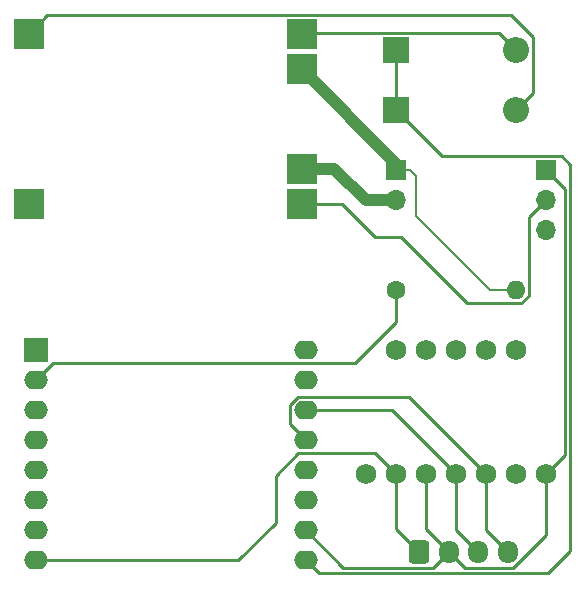
<source format=gbr>
%TF.GenerationSoftware,KiCad,Pcbnew,7.0.9*%
%TF.CreationDate,2024-01-03T14:20:43+09:00*%
%TF.ProjectId,SlimeVR_Tracker,536c696d-6556-4525-9f54-7261636b6572,rev?*%
%TF.SameCoordinates,Original*%
%TF.FileFunction,Copper,L1,Top*%
%TF.FilePolarity,Positive*%
%FSLAX46Y46*%
G04 Gerber Fmt 4.6, Leading zero omitted, Abs format (unit mm)*
G04 Created by KiCad (PCBNEW 7.0.9) date 2024-01-03 14:20:43*
%MOMM*%
%LPD*%
G01*
G04 APERTURE LIST*
G04 Aperture macros list*
%AMRoundRect*
0 Rectangle with rounded corners*
0 $1 Rounding radius*
0 $2 $3 $4 $5 $6 $7 $8 $9 X,Y pos of 4 corners*
0 Add a 4 corners polygon primitive as box body*
4,1,4,$2,$3,$4,$5,$6,$7,$8,$9,$2,$3,0*
0 Add four circle primitives for the rounded corners*
1,1,$1+$1,$2,$3*
1,1,$1+$1,$4,$5*
1,1,$1+$1,$6,$7*
1,1,$1+$1,$8,$9*
0 Add four rect primitives between the rounded corners*
20,1,$1+$1,$2,$3,$4,$5,0*
20,1,$1+$1,$4,$5,$6,$7,0*
20,1,$1+$1,$6,$7,$8,$9,0*
20,1,$1+$1,$8,$9,$2,$3,0*%
G04 Aperture macros list end*
%TA.AperFunction,ComponentPad*%
%ADD10R,2.500000X2.500000*%
%TD*%
%TA.AperFunction,ComponentPad*%
%ADD11RoundRect,0.250000X-0.600000X-0.725000X0.600000X-0.725000X0.600000X0.725000X-0.600000X0.725000X0*%
%TD*%
%TA.AperFunction,ComponentPad*%
%ADD12O,1.700000X1.950000*%
%TD*%
%TA.AperFunction,ComponentPad*%
%ADD13R,2.000000X2.000000*%
%TD*%
%TA.AperFunction,ComponentPad*%
%ADD14O,2.000000X1.600000*%
%TD*%
%TA.AperFunction,ComponentPad*%
%ADD15R,1.700000X1.700000*%
%TD*%
%TA.AperFunction,ComponentPad*%
%ADD16O,1.700000X1.700000*%
%TD*%
%TA.AperFunction,ComponentPad*%
%ADD17C,1.600000*%
%TD*%
%TA.AperFunction,ComponentPad*%
%ADD18O,1.600000X1.600000*%
%TD*%
%TA.AperFunction,ComponentPad*%
%ADD19R,2.200000X2.200000*%
%TD*%
%TA.AperFunction,ComponentPad*%
%ADD20O,2.200000X2.200000*%
%TD*%
%TA.AperFunction,ComponentPad*%
%ADD21C,1.750000*%
%TD*%
%TA.AperFunction,Conductor*%
%ADD22C,1.000000*%
%TD*%
%TA.AperFunction,Conductor*%
%ADD23C,0.250000*%
%TD*%
%TA.AperFunction,Conductor*%
%ADD24C,0.200000*%
%TD*%
G04 APERTURE END LIST*
D10*
%TO.P,TP4056-Module1,B+,B+*%
%TO.N,B+*%
X111400000Y-29570000D03*
%TO.P,TP4056-Module1,B-,B-*%
%TO.N,B-*%
X111400000Y-37970000D03*
%TO.P,TP4056-Module1,IN+,IN+*%
%TO.N,Net-(D1-A)*%
X88300000Y-26570000D03*
%TO.P,TP4056-Module1,IN-,IN-*%
%TO.N,unconnected-(TP4056-Module1-PadIN-)*%
X88300000Y-40970000D03*
%TO.P,TP4056-Module1,OUT+,OUT+*%
%TO.N,Net-(D2-A)*%
X111400000Y-26570000D03*
%TO.P,TP4056-Module1,OUT-,OUT-*%
%TO.N,Net-(SW1-B)*%
X111400000Y-40970000D03*
%TD*%
D11*
%TO.P,J2,1,Pin_1*%
%TO.N,+3V3*%
X121350000Y-70450000D03*
D12*
%TO.P,J2,2,Pin_2*%
%TO.N,GND*%
X123850000Y-70450000D03*
%TO.P,J2,3,Pin_3*%
%TO.N,SCL*%
X126350000Y-70450000D03*
%TO.P,J2,4,Pin_4*%
%TO.N,SDA*%
X128850000Y-70450000D03*
%TD*%
D13*
%TO.P,U2,1,~{RST}*%
%TO.N,unconnected-(U2-~{RST}-Pad1)*%
X88900000Y-53340000D03*
D14*
%TO.P,U2,2,A0*%
%TO.N,Net-(U2-A0)*%
X88900000Y-55880000D03*
%TO.P,U2,3,D0*%
%TO.N,unconnected-(U2-D0-Pad3)*%
X88900000Y-58420000D03*
%TO.P,U2,4,SCK/D5*%
%TO.N,unconnected-(U2-SCK{slash}D5-Pad4)*%
X88900000Y-60960000D03*
%TO.P,U2,5,MISO/D6*%
%TO.N,unconnected-(U2-MISO{slash}D6-Pad5)*%
X88900000Y-63500000D03*
%TO.P,U2,6,MOSI/D7*%
%TO.N,unconnected-(U2-MOSI{slash}D7-Pad6)*%
X88900000Y-66040000D03*
%TO.P,U2,7,CS/D8*%
%TO.N,unconnected-(U2-CS{slash}D8-Pad7)*%
X88900000Y-68580000D03*
%TO.P,U2,8,3V3*%
%TO.N,+3V3*%
X88900000Y-71120000D03*
%TO.P,U2,9,5V*%
%TO.N,+5V*%
X111760000Y-71120000D03*
%TO.P,U2,10,GND*%
%TO.N,GND*%
X111760000Y-68580000D03*
%TO.P,U2,11,D4*%
%TO.N,unconnected-(U2-D4-Pad11)*%
X111760000Y-66040000D03*
%TO.P,U2,12,D3*%
%TO.N,unconnected-(U2-D3-Pad12)*%
X111760000Y-63500000D03*
%TO.P,U2,13,SDA/D2*%
%TO.N,SDA*%
X111760000Y-60960000D03*
%TO.P,U2,14,SCL/D1*%
%TO.N,SCL*%
X111760000Y-58420000D03*
%TO.P,U2,15,RX*%
%TO.N,unconnected-(U2-RX-Pad15)*%
X111760000Y-55880000D03*
%TO.P,U2,16,TX*%
%TO.N,unconnected-(U2-TX-Pad16)*%
X111760000Y-53340000D03*
%TD*%
D15*
%TO.P,SW1,1,A*%
%TO.N,GND*%
X132080000Y-38100000D03*
D16*
%TO.P,SW1,2,B*%
%TO.N,Net-(SW1-B)*%
X132080000Y-40640000D03*
%TO.P,SW1,3,C*%
%TO.N,unconnected-(SW1-C-Pad3)*%
X132080000Y-43180000D03*
%TD*%
D15*
%TO.P,BT1,1,+*%
%TO.N,B+*%
X119380000Y-38100000D03*
D16*
%TO.P,BT1,2,-*%
%TO.N,B-*%
X119380000Y-40640000D03*
%TD*%
D17*
%TO.P,R1,1*%
%TO.N,Net-(U2-A0)*%
X119380000Y-48260000D03*
D18*
%TO.P,R1,2*%
%TO.N,B+*%
X129540000Y-48260000D03*
%TD*%
D19*
%TO.P,D2,1,K*%
%TO.N,+5V*%
X119380000Y-27940000D03*
D20*
%TO.P,D2,2,A*%
%TO.N,Net-(D2-A)*%
X129540000Y-27940000D03*
%TD*%
D19*
%TO.P,D1,1,K*%
%TO.N,+5V*%
X119380000Y-33020000D03*
D20*
%TO.P,D1,2,A*%
%TO.N,Net-(D1-A)*%
X129540000Y-33020000D03*
%TD*%
D21*
%TO.P,BMI160-Module1,3V3,3V3*%
%TO.N,+3V3*%
X119380000Y-63840000D03*
%TO.P,BMI160-Module1,CS,CS*%
%TO.N,unconnected-(BMI160-Module1-PadCS)*%
X129540000Y-63840000D03*
%TO.P,BMI160-Module1,GND,GND*%
%TO.N,GND*%
X121920000Y-63840000D03*
%TO.P,BMI160-Module1,INT1,INT1*%
%TO.N,unconnected-(BMI160-Module1-PadINT1)*%
X124460000Y-53340000D03*
%TO.P,BMI160-Module1,INT2,INT2*%
%TO.N,unconnected-(BMI160-Module1-PadINT2)*%
X121920000Y-53340000D03*
%TO.P,BMI160-Module1,OCS,OCS*%
%TO.N,unconnected-(BMI160-Module1-PadOCS)*%
X119380000Y-53340000D03*
%TO.P,BMI160-Module1,SAO,SAO*%
%TO.N,GND*%
X132080000Y-63840000D03*
%TO.P,BMI160-Module1,SCL,SCL*%
%TO.N,SCL*%
X124460000Y-63840000D03*
%TO.P,BMI160-Module1,SCX,SCX*%
%TO.N,unconnected-(BMI160-Module1-PadSCX)*%
X127000000Y-53340000D03*
%TO.P,BMI160-Module1,SDA,SDA*%
%TO.N,SDA*%
X127000000Y-63840000D03*
%TO.P,BMI160-Module1,SDX,SDX*%
%TO.N,unconnected-(BMI160-Module1-PadSDX)*%
X129540000Y-53340000D03*
%TO.P,BMI160-Module1,VIN,VIN*%
%TO.N,unconnected-(BMI160-Module1-PadVIN)*%
X116840000Y-63840000D03*
%TD*%
D22*
%TO.N,B-*%
X116840000Y-40640000D02*
X119380000Y-40640000D01*
X114170000Y-37970000D02*
X116840000Y-40640000D01*
X111400000Y-37970000D02*
X114170000Y-37970000D01*
D23*
%TO.N,Net-(SW1-B)*%
X111400000Y-40970000D02*
X114806778Y-40970000D01*
%TO.N,Net-(D1-A)*%
X89875000Y-24995000D02*
X88300000Y-26570000D01*
X129135000Y-24995000D02*
X89875000Y-24995000D01*
%TO.N,Net-(D2-A)*%
X111455000Y-26515000D02*
X128115000Y-26515000D01*
X111400000Y-26570000D02*
X111455000Y-26515000D01*
D22*
%TO.N,B+*%
X119380000Y-37550000D02*
X111400000Y-29570000D01*
D24*
X119380000Y-38100000D02*
X119380000Y-37550000D01*
D23*
%TO.N,+5V*%
X132250000Y-72250000D02*
X134155000Y-70345000D01*
X112890000Y-72250000D02*
X132250000Y-72250000D01*
X111760000Y-71120000D02*
X112890000Y-72250000D01*
%TO.N,GND*%
X122550000Y-71750000D02*
X123850000Y-70450000D01*
X114930000Y-71750000D02*
X122550000Y-71750000D01*
X111760000Y-68580000D02*
X114930000Y-71750000D01*
X129286701Y-71800000D02*
X125200000Y-71800000D01*
X132080000Y-69006701D02*
X129286701Y-71800000D01*
X125200000Y-71800000D02*
X123850000Y-70450000D01*
X132080000Y-63840000D02*
X132080000Y-69006701D01*
%TO.N,SDA*%
X127000000Y-68600000D02*
X128850000Y-70450000D01*
X127000000Y-63840000D02*
X127000000Y-68600000D01*
%TO.N,SCL*%
X124460000Y-68560000D02*
X126350000Y-70450000D01*
X124460000Y-63840000D02*
X124460000Y-68560000D01*
%TO.N,+3V3*%
X119380000Y-68180000D02*
X119380000Y-63840000D01*
X119400000Y-68200000D02*
X119380000Y-68180000D01*
X119400000Y-68500000D02*
X119400000Y-68200000D01*
X121350000Y-70450000D02*
X119400000Y-68500000D01*
%TO.N,GND*%
X121920000Y-68520000D02*
X123850000Y-70450000D01*
X121920000Y-63840000D02*
X121920000Y-68520000D01*
%TO.N,+5V*%
X123285000Y-36925000D02*
X119380000Y-33020000D01*
X134155000Y-37635000D02*
X133445000Y-36925000D01*
X134155000Y-70345000D02*
X134155000Y-37635000D01*
X133445000Y-36925000D02*
X123285000Y-36925000D01*
%TO.N,Net-(SW1-B)*%
X117600000Y-43763222D02*
X117600000Y-43800000D01*
X119795000Y-43800000D02*
X125380000Y-49385000D01*
X114806778Y-40970000D02*
X117600000Y-43763222D01*
X117600000Y-43800000D02*
X119795000Y-43800000D01*
%TO.N,+3V3*%
X88900000Y-71120000D02*
X106043604Y-71120000D01*
X106043604Y-71120000D02*
X109220000Y-67943604D01*
D24*
%TO.N,B+*%
X121100000Y-42000000D02*
X121100000Y-38600000D01*
X121100000Y-38600000D02*
X120600000Y-38100000D01*
X120600000Y-38100000D02*
X119380000Y-38100000D01*
X127360000Y-48260000D02*
X121100000Y-42000000D01*
X129540000Y-48260000D02*
X127360000Y-48260000D01*
D23*
%TO.N,Net-(SW1-B)*%
X130665000Y-48725991D02*
X130005991Y-49385000D01*
X132080000Y-40640000D02*
X130665000Y-42055000D01*
X130665000Y-42055000D02*
X130665000Y-48725991D01*
X130005991Y-49385000D02*
X125380000Y-49385000D01*
%TO.N,B-*%
X119380000Y-40463222D02*
X119380000Y-40640000D01*
%TO.N,Net-(U2-A0)*%
X90315000Y-54465000D02*
X88900000Y-55880000D01*
X119380000Y-50976778D02*
X115891778Y-54465000D01*
X119380000Y-48260000D02*
X119380000Y-50976778D01*
X115891778Y-54465000D02*
X90315000Y-54465000D01*
%TO.N,GND*%
X133705000Y-62215000D02*
X132080000Y-63840000D01*
X133705000Y-39725000D02*
X133705000Y-62215000D01*
X132080000Y-38100000D02*
X133705000Y-39725000D01*
%TO.N,Net-(D1-A)*%
X130965000Y-31595000D02*
X129540000Y-33020000D01*
X129135000Y-24995000D02*
X130965000Y-26825000D01*
X130965000Y-26825000D02*
X130965000Y-31595000D01*
%TO.N,+5V*%
X119380000Y-33020000D02*
X119380000Y-27940000D01*
%TO.N,+3V3*%
X117625000Y-62085000D02*
X119380000Y-63840000D01*
X111094010Y-62085000D02*
X117625000Y-62085000D01*
X109220000Y-63959010D02*
X111094010Y-62085000D01*
X109220000Y-67943604D02*
X109220000Y-63959010D01*
%TO.N,SDA*%
X111094010Y-57295000D02*
X120455000Y-57295000D01*
X110435000Y-59635000D02*
X110435000Y-57954010D01*
X120455000Y-57295000D02*
X127000000Y-63840000D01*
X111760000Y-60960000D02*
X110435000Y-59635000D01*
X110435000Y-57954010D02*
X111094010Y-57295000D01*
%TO.N,SCL*%
X119040000Y-58420000D02*
X124460000Y-63840000D01*
X111760000Y-58420000D02*
X119040000Y-58420000D01*
%TO.N,Net-(D2-A)*%
X128115000Y-26515000D02*
X129540000Y-27940000D01*
X112300000Y-26570000D02*
X112355000Y-26515000D01*
%TD*%
M02*

</source>
